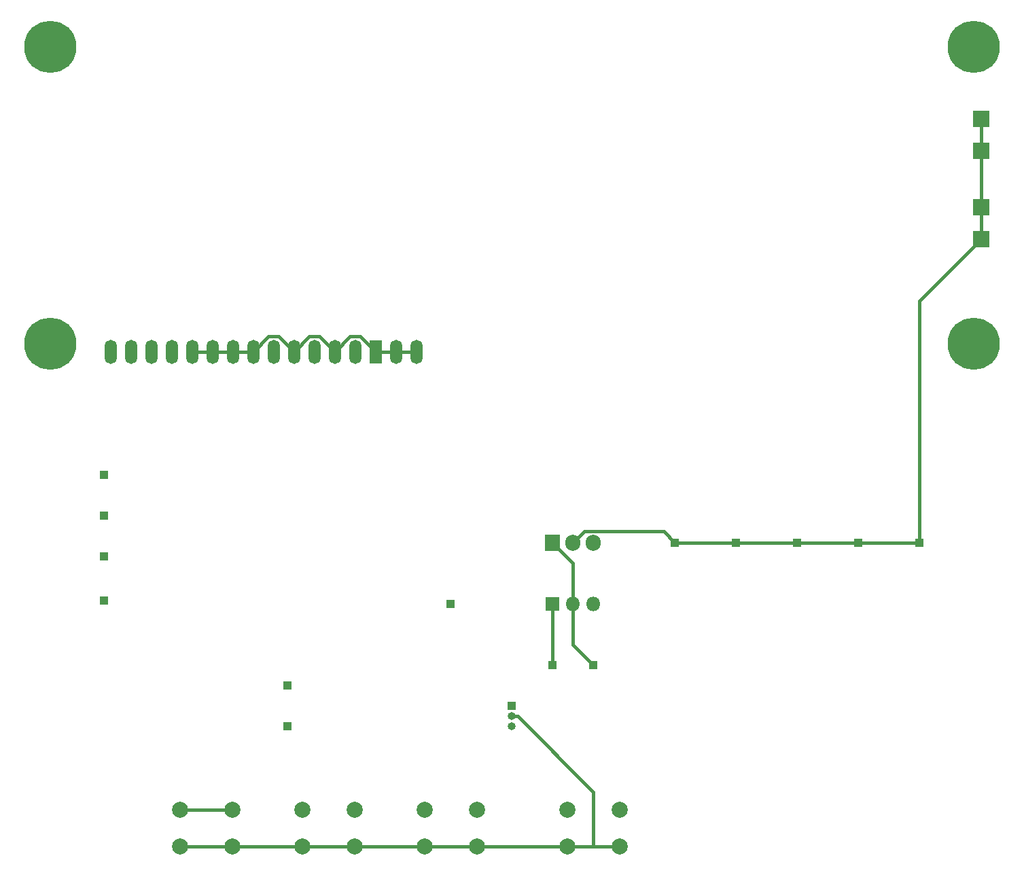
<source format=gbr>
%TF.GenerationSoftware,KiCad,Pcbnew,7.0.1*%
%TF.CreationDate,2023-06-23T23:38:44-03:00*%
%TF.ProjectId,EA075_Projeto_Final,45413037-355f-4507-926f-6a65746f5f46,rev?*%
%TF.SameCoordinates,Original*%
%TF.FileFunction,Copper,L2,Bot*%
%TF.FilePolarity,Positive*%
%FSLAX46Y46*%
G04 Gerber Fmt 4.6, Leading zero omitted, Abs format (unit mm)*
G04 Created by KiCad (PCBNEW 7.0.1) date 2023-06-23 23:38:44*
%MOMM*%
%LPD*%
G01*
G04 APERTURE LIST*
%TA.AperFunction,ComponentPad*%
%ADD10R,1.800000X1.800000*%
%TD*%
%TA.AperFunction,ComponentPad*%
%ADD11O,1.800000X1.800000*%
%TD*%
%TA.AperFunction,ComponentPad*%
%ADD12R,1.000000X1.000000*%
%TD*%
%TA.AperFunction,ComponentPad*%
%ADD13C,2.000000*%
%TD*%
%TA.AperFunction,ComponentPad*%
%ADD14O,1.000000X1.000000*%
%TD*%
%TA.AperFunction,ComponentPad*%
%ADD15R,1.905000X2.000000*%
%TD*%
%TA.AperFunction,ComponentPad*%
%ADD16O,1.905000X2.000000*%
%TD*%
%TA.AperFunction,ComponentPad*%
%ADD17C,6.500000*%
%TD*%
%TA.AperFunction,ComponentPad*%
%ADD18R,1.500000X3.000000*%
%TD*%
%TA.AperFunction,ComponentPad*%
%ADD19O,1.500000X3.000000*%
%TD*%
%TA.AperFunction,ComponentPad*%
%ADD20R,2.000000X2.000000*%
%TD*%
%TA.AperFunction,Conductor*%
%ADD21C,0.400000*%
%TD*%
G04 APERTURE END LIST*
D10*
%TO.P,Q1,1,E*%
%TO.N,Net-(J7-Pin_1)*%
X195580000Y-93980000D03*
D11*
%TO.P,Q1,2,C*%
%TO.N,+12V*%
X198120000Y-93980000D03*
%TO.P,Q1,3,B*%
%TO.N,Net-(Q1-B)*%
X200660000Y-93980000D03*
%TD*%
D12*
%TO.P,J1,1,Pin_1*%
%TO.N,Net-(J1-Pin_1)*%
X139700000Y-82990000D03*
%TD*%
D13*
%TO.P,SW1,1,1*%
%TO.N,Net-(U2-P1B{slash}AN8{slash}RB2)*%
X149150000Y-119670000D03*
X155650000Y-119670000D03*
%TO.P,SW1,2,2*%
%TO.N,GND*%
X149150000Y-124170000D03*
X155650000Y-124170000D03*
%TD*%
%TO.P,SW4,1,1*%
%TO.N,Net-(U2-~{T1G}{slash}AN13{slash}RB5)*%
X179630000Y-119670000D03*
X186130000Y-119670000D03*
%TO.P,SW4,2,2*%
%TO.N,GND*%
X179630000Y-124170000D03*
X186130000Y-124170000D03*
%TD*%
%TO.P,SW3,1,1*%
%TO.N,Net-(U2-P1D{slash}AN11{slash}RB4)*%
X197410000Y-119670000D03*
X203910000Y-119670000D03*
%TO.P,SW3,2,2*%
%TO.N,GND*%
X197410000Y-124170000D03*
X203910000Y-124170000D03*
%TD*%
D12*
%TO.P,J3,1,Pin_1*%
%TO.N,Net-(J3-Pin_1)*%
X139700000Y-93590000D03*
%TD*%
%TO.P,J6,1,Pin_1*%
%TO.N,GND*%
X233680000Y-86360000D03*
%TD*%
%TO.P,J2,1,Pin_1*%
%TO.N,Net-(J2-Pin_1)*%
X139700000Y-77910000D03*
%TD*%
%TO.P,J12,1,Pin_1*%
%TO.N,GND*%
X226060000Y-86360000D03*
%TD*%
%TO.P,J8,1,Pin_1*%
%TO.N,GND*%
X218440000Y-86360000D03*
%TD*%
%TO.P,J5,1,Pin_1*%
%TO.N,+12V*%
X200660000Y-101600000D03*
%TD*%
%TO.P,J13,1,Pin_1*%
%TO.N,Net-(J13-Pin_1)*%
X162560000Y-104140000D03*
%TD*%
%TO.P,J4,1,Pin_1*%
%TO.N,Net-(J4-Pin_1)*%
X139700000Y-88070000D03*
%TD*%
D13*
%TO.P,SW2,1,1*%
%TO.N,Net-(U2-PGM{slash}C12IN2-{slash}AN8{slash}RB3)*%
X164390000Y-119670000D03*
X170890000Y-119670000D03*
%TO.P,SW2,2,2*%
%TO.N,GND*%
X164390000Y-124170000D03*
X170890000Y-124170000D03*
%TD*%
D12*
%TO.P,J9,1,Pin_1*%
%TO.N,GND*%
X241300000Y-86360000D03*
%TD*%
%TO.P,J14,1,Pin_1*%
%TO.N,GND*%
X210820000Y-86360000D03*
%TD*%
%TO.P,J7,1,Pin_1*%
%TO.N,Net-(J7-Pin_1)*%
X195580000Y-101600000D03*
%TD*%
%TO.P,U5,1,vcc*%
%TO.N,Net-(U1-VDD)*%
X190500000Y-106680000D03*
D14*
%TO.P,U5,2,GND*%
%TO.N,GND*%
X190500000Y-107950000D03*
%TO.P,U5,3,Analog*%
%TO.N,Net-(U2-C12IN1-{slash}AN1{slash}RA1)*%
X190500000Y-109220000D03*
%TD*%
D12*
%TO.P,J10,1,Pin_1*%
%TO.N,Net-(J10-Pin_1)*%
X182880000Y-93980000D03*
%TD*%
D15*
%TO.P,U6,1,VI*%
%TO.N,+12V*%
X195580000Y-86360000D03*
D16*
%TO.P,U6,2,GND*%
%TO.N,GND*%
X198120000Y-86360000D03*
%TO.P,U6,3,VO*%
%TO.N,Net-(U1-VDD)*%
X200660000Y-86360000D03*
%TD*%
D12*
%TO.P,J11,1,Pin_1*%
%TO.N,Net-(J11-Pin_1)*%
X162560000Y-109220000D03*
%TD*%
D17*
%TO.P,U1,*%
%TO.N,*%
X248000000Y-61537500D03*
X248000000Y-24537500D03*
X133000000Y-61537500D03*
X133000000Y-24537500D03*
D18*
%TO.P,U1,1,VSS*%
%TO.N,GND*%
X173500000Y-62537500D03*
D19*
%TO.P,U1,2,VDD*%
%TO.N,Net-(U1-VDD)*%
X170960000Y-62537500D03*
%TO.P,U1,3,VO*%
%TO.N,GND*%
X168420000Y-62537500D03*
%TO.P,U1,4,RS*%
%TO.N,Net-(U1-RS)*%
X165880000Y-62537500D03*
%TO.P,U1,5,R/~{W}*%
%TO.N,GND*%
X163340000Y-62537500D03*
%TO.P,U1,6,E*%
%TO.N,Net-(U1-E)*%
X160800000Y-62537500D03*
%TO.P,U1,7,DB0*%
%TO.N,GND*%
X158260000Y-62537500D03*
%TO.P,U1,8,DB1*%
X155720000Y-62537500D03*
%TO.P,U1,9,DB2*%
X153180000Y-62537500D03*
%TO.P,U1,10,DB3*%
X150640000Y-62537500D03*
%TO.P,U1,11,DB4*%
%TO.N,Net-(U1-DB4)*%
X148100000Y-62537500D03*
%TO.P,U1,12,DB5*%
%TO.N,Net-(U1-DB5)*%
X145560000Y-62537500D03*
%TO.P,U1,13,DB6*%
%TO.N,Net-(U1-DB6)*%
X143020000Y-62537500D03*
%TO.P,U1,14,DB7*%
%TO.N,Net-(U1-DB7)*%
X140480000Y-62537500D03*
%TO.P,U1,15,A/VEE*%
%TO.N,GND*%
X176040000Y-62537500D03*
%TO.P,U1,16,K*%
X178580000Y-62537500D03*
D20*
%TO.P,U1,A1,A1*%
X249000000Y-48537500D03*
%TO.P,U1,A2,A2*%
X249000000Y-37537500D03*
%TO.P,U1,K1,K1*%
X249000000Y-44537500D03*
%TO.P,U1,K2,K2*%
X249000000Y-33537500D03*
%TD*%
D21*
%TO.N,GND*%
X210820000Y-86360000D02*
X218440000Y-86360000D01*
X155650000Y-124170000D02*
X164390000Y-124170000D01*
X200660000Y-117402894D02*
X200660000Y-124170000D01*
X155720000Y-62537500D02*
X158260000Y-62537500D01*
X226060000Y-86360000D02*
X233680000Y-86360000D01*
X160160000Y-60637500D02*
X161440000Y-60637500D01*
X163340000Y-62537500D02*
X165240000Y-60637500D01*
X241300000Y-86360000D02*
X233680000Y-86360000D01*
X153180000Y-62537500D02*
X155720000Y-62537500D01*
X249000000Y-33537500D02*
X249000000Y-37537500D01*
X249000000Y-48537500D02*
X249000000Y-44537500D01*
X200660000Y-124170000D02*
X203910000Y-124170000D01*
X168420000Y-62537500D02*
X170320000Y-60637500D01*
X198120000Y-86360000D02*
X199520000Y-84960000D01*
X149150000Y-124170000D02*
X155650000Y-124170000D01*
X176040000Y-62537500D02*
X178580000Y-62537500D01*
X241300000Y-86360000D02*
X241300000Y-56237500D01*
X249000000Y-44537500D02*
X249000000Y-37537500D01*
X170320000Y-60637500D02*
X171600000Y-60637500D01*
X165240000Y-60637500D02*
X166520000Y-60637500D01*
X191207106Y-107950000D02*
X200660000Y-117402894D01*
X179630000Y-124170000D02*
X186130000Y-124170000D01*
X164390000Y-124170000D02*
X170890000Y-124170000D01*
X186130000Y-124170000D02*
X197410000Y-124170000D01*
X150640000Y-62537500D02*
X153180000Y-62537500D01*
X241300000Y-56237500D02*
X249000000Y-48537500D01*
X218440000Y-86360000D02*
X226060000Y-86360000D01*
X209420000Y-84960000D02*
X210820000Y-86360000D01*
X161440000Y-60637500D02*
X163340000Y-62537500D01*
X199520000Y-84960000D02*
X209420000Y-84960000D01*
X173500000Y-62537500D02*
X176040000Y-62537500D01*
X158260000Y-62537500D02*
X160160000Y-60637500D01*
X170890000Y-124170000D02*
X179630000Y-124170000D01*
X166520000Y-60637500D02*
X168420000Y-62537500D01*
X171600000Y-60637500D02*
X173500000Y-62537500D01*
X197410000Y-124170000D02*
X200660000Y-124170000D01*
X190500000Y-107950000D02*
X191207106Y-107950000D01*
%TO.N,+12V*%
X195580000Y-86360000D02*
X198120000Y-88900000D01*
X198120000Y-93980000D02*
X198120000Y-99060000D01*
X198120000Y-99060000D02*
X200660000Y-101600000D01*
X198120000Y-88900000D02*
X198120000Y-93980000D01*
%TO.N,Net-(U2-P1B{slash}AN8{slash}RB2)*%
X149150000Y-119670000D02*
X155650000Y-119670000D01*
%TO.N,Net-(J7-Pin_1)*%
X195580000Y-93980000D02*
X195580000Y-101600000D01*
%TD*%
M02*

</source>
